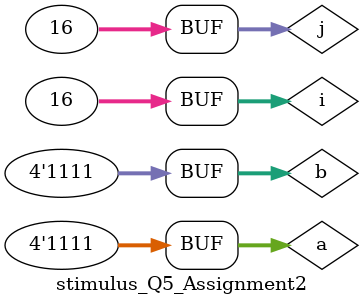
<source format=v>
module Q5_Assignment(a, b, out);
  input [3:0] a, b;
  output [3:0] out;
  reg [3:0] out;
  reg sel0, sel1;
  reg [2:0] sub_out;
  
  always@(*)
  begin
    sel0 = a[3] ^ b[3];
    sel1 = (a[3] > b[3]) ? 0 : 1;
    sub_out = (sel1 == 0) ? a[2:0] - b[2:0] : b[2:0] - a[2:0];
    out = (sel0 == 0) ? (a[2:0] + b[2:0]) : sub_out;
    out[3] = (sel1 == 0) ? a[3] : b[3];
  end
endmodule

module stimulus_Q5_Assignment2();
  reg [3:0] a, b;
  wire [3:0] out;
  Q5_Assignment obj(a, b, out);
  integer i, j;
  
  initial
  begin
    for (i = 0; i < 16; i = i + 1)
    begin
     a = i;
     for (j = 0; j < 16; j = j + 1)
     begin
       #10 b = j;
     end     
    end
  end
  
  initial
  begin
    $monitor("a =  %d , b = %d , out = %d", a, b, out);  
  end
endmodule
</source>
